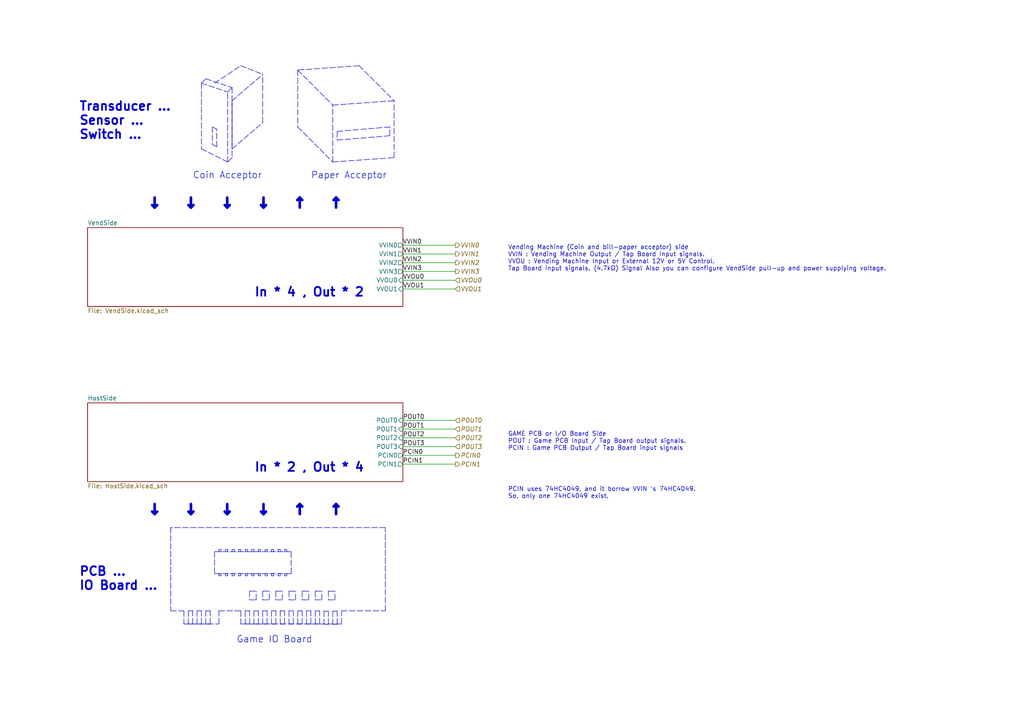
<source format=kicad_sch>
(kicad_sch (version 20210621) (generator eeschema)
  (paper "A4")
  (title_block (title "IO") (date "2021-07-20") (rev "0.1") (company "Jinwoo Park, pmnxis@gmail.com") (comment 2 "IoT automation & statics support gadget for") (comment 3 "arcade amusement machine with WLAN.") (comment 4 "CERN-OHL-S-2.0"))
  (lib_symbols)
  (wire (pts (xy 116.84 71.12) (xy 132.08 71.12)))
  (wire (pts (xy 116.84 73.66) (xy 132.08 73.66)))
  (wire (pts (xy 116.84 76.2) (xy 132.08 76.2)))
  (wire (pts (xy 116.84 78.74) (xy 132.08 78.74)))
  (wire (pts (xy 116.84 81.28) (xy 132.08 81.28)))
  (wire (pts (xy 116.84 83.82) (xy 132.08 83.82)))
  (wire (pts (xy 116.84 121.92) (xy 132.08 121.92)))
  (wire (pts (xy 116.84 124.46) (xy 132.08 124.46)))
  (wire (pts (xy 116.84 127) (xy 132.08 127)))
  (wire (pts (xy 116.84 129.54) (xy 132.08 129.54)))
  (wire (pts (xy 116.84 132.08) (xy 132.08 132.08)))
  (wire (pts (xy 116.84 134.62) (xy 132.08 134.62)))
  (polyline (pts (xy 49.53 153.035) (xy 49.53 154.305)) (stroke (width 0) (type dash)))
  (polyline (pts (xy 49.53 153.035) (xy 49.53 177.165)) (stroke (width 0) (type dash)))
  (polyline (pts (xy 49.53 177.165) (xy 53.34 177.165)) (stroke (width 0) (type dash)))
  (polyline (pts (xy 53.34 177.165) (xy 53.34 180.975)) (stroke (width 0) (type dash)))
  (polyline (pts (xy 53.34 180.975) (xy 63.5 180.975)) (stroke (width 0) (type dash)))
  (polyline (pts (xy 54.61 177.165) (xy 54.61 180.975)) (stroke (width 0) (type dash)))
  (polyline (pts (xy 54.61 177.165) (xy 55.88 177.165)) (stroke (width 0) (type dash)))
  (polyline (pts (xy 54.61 180.975) (xy 55.88 180.975)) (stroke (width 0) (type dash)))
  (polyline (pts (xy 55.88 180.975) (xy 55.88 177.165)) (stroke (width 0) (type dash)))
  (polyline (pts (xy 57.15 177.165) (xy 57.15 180.975)) (stroke (width 0) (type dash)))
  (polyline (pts (xy 57.15 177.165) (xy 58.42 177.165)) (stroke (width 0) (type dash)))
  (polyline (pts (xy 57.15 180.975) (xy 58.42 180.975)) (stroke (width 0) (type dash)))
  (polyline (pts (xy 58.42 24.13) (xy 58.42 43.18)) (stroke (width 0) (type dash)))
  (polyline (pts (xy 58.42 24.13) (xy 59.69 22.86)) (stroke (width 0) (type dash)))
  (polyline (pts (xy 58.42 24.13) (xy 66.04 26.67)) (stroke (width 0) (type dash)))
  (polyline (pts (xy 58.42 43.18) (xy 66.04 46.99)) (stroke (width 0) (type dash)))
  (polyline (pts (xy 58.42 180.975) (xy 58.42 177.165)) (stroke (width 0) (type dash)))
  (polyline (pts (xy 59.69 22.86) (xy 67.31 25.4)) (stroke (width 0) (type dash)))
  (polyline (pts (xy 59.69 177.165) (xy 59.69 180.975)) (stroke (width 0) (type dash)))
  (polyline (pts (xy 59.69 177.165) (xy 60.96 177.165)) (stroke (width 0) (type dash)))
  (polyline (pts (xy 59.69 180.975) (xy 60.96 180.975)) (stroke (width 0) (type dash)))
  (polyline (pts (xy 60.96 180.975) (xy 60.96 177.165)) (stroke (width 0) (type dash)))
  (polyline (pts (xy 61.595 36.83) (xy 61.595 41.91)) (stroke (width 0) (type dash)))
  (polyline (pts (xy 61.595 36.83) (xy 62.865 37.465)) (stroke (width 0) (type dash)))
  (polyline (pts (xy 61.595 41.91) (xy 62.865 42.545)) (stroke (width 0) (type dash)))
  (polyline (pts (xy 62.23 24.13) (xy 69.85 19.05)) (stroke (width 0) (type dash)))
  (polyline (pts (xy 62.23 160.02) (xy 62.23 166.37)) (stroke (width 0) (type dash)))
  (polyline (pts (xy 62.23 160.02) (xy 84.455 160.02)) (stroke (width 0) (type dash)))
  (polyline (pts (xy 62.23 166.37) (xy 84.455 166.37)) (stroke (width 0) (type dash)))
  (polyline (pts (xy 62.865 42.545) (xy 62.865 37.465)) (stroke (width 0) (type dash)))
  (polyline (pts (xy 63.5 159.385) (xy 63.5 160.02)) (stroke (width 0) (type dash)))
  (polyline (pts (xy 63.5 159.385) (xy 64.135 159.385)) (stroke (width 0) (type dash)))
  (polyline (pts (xy 63.5 160.02) (xy 64.135 160.02)) (stroke (width 0) (type dash)))
  (polyline (pts (xy 63.5 166.37) (xy 63.5 167.005)) (stroke (width 0) (type dash)))
  (polyline (pts (xy 63.5 166.37) (xy 64.135 166.37)) (stroke (width 0) (type dash)))
  (polyline (pts (xy 63.5 167.005) (xy 64.135 167.005)) (stroke (width 0) (type dash)))
  (polyline (pts (xy 63.5 177.165) (xy 69.85 177.165)) (stroke (width 0) (type dash)))
  (polyline (pts (xy 63.5 180.975) (xy 63.5 177.165)) (stroke (width 0) (type dash)))
  (polyline (pts (xy 64.135 160.02) (xy 64.135 159.385)) (stroke (width 0) (type dash)))
  (polyline (pts (xy 64.135 167.005) (xy 64.135 166.37)) (stroke (width 0) (type dash)))
  (polyline (pts (xy 65.405 159.385) (xy 65.405 160.02)) (stroke (width 0) (type dash)))
  (polyline (pts (xy 65.405 159.385) (xy 66.04 159.385)) (stroke (width 0) (type dash)))
  (polyline (pts (xy 65.405 160.02) (xy 66.04 160.02)) (stroke (width 0) (type dash)))
  (polyline (pts (xy 65.405 166.37) (xy 65.405 167.005)) (stroke (width 0) (type dash)))
  (polyline (pts (xy 65.405 166.37) (xy 66.04 166.37)) (stroke (width 0) (type dash)))
  (polyline (pts (xy 65.405 167.005) (xy 66.04 167.005)) (stroke (width 0) (type dash)))
  (polyline (pts (xy 66.04 46.99) (xy 66.04 26.67)) (stroke (width 0) (type dash)))
  (polyline (pts (xy 66.04 160.02) (xy 66.04 159.385)) (stroke (width 0) (type dash)))
  (polyline (pts (xy 66.04 167.005) (xy 66.04 166.37)) (stroke (width 0) (type dash)))
  (polyline (pts (xy 67.31 25.4) (xy 66.04 26.67)) (stroke (width 0) (type dash)))
  (polyline (pts (xy 67.31 25.4) (xy 67.31 45.72)) (stroke (width 0) (type dash)))
  (polyline (pts (xy 67.31 29.21) (xy 67.31 43.18)) (stroke (width 0) (type dash)))
  (polyline (pts (xy 67.31 29.21) (xy 76.2 21.59)) (stroke (width 0) (type dash)))
  (polyline (pts (xy 67.31 43.18) (xy 76.2 35.56)) (stroke (width 0) (type dash)))
  (polyline (pts (xy 67.31 45.72) (xy 66.04 46.99)) (stroke (width 0) (type dash)))
  (polyline (pts (xy 67.31 159.385) (xy 67.31 160.02)) (stroke (width 0) (type dash)))
  (polyline (pts (xy 67.31 159.385) (xy 67.945 159.385)) (stroke (width 0) (type dash)))
  (polyline (pts (xy 67.31 160.02) (xy 67.945 160.02)) (stroke (width 0) (type dash)))
  (polyline (pts (xy 67.31 166.37) (xy 67.31 167.005)) (stroke (width 0) (type dash)))
  (polyline (pts (xy 67.31 166.37) (xy 67.945 166.37)) (stroke (width 0) (type dash)))
  (polyline (pts (xy 67.31 167.005) (xy 67.945 167.005)) (stroke (width 0) (type dash)))
  (polyline (pts (xy 67.945 160.02) (xy 67.945 159.385)) (stroke (width 0) (type dash)))
  (polyline (pts (xy 67.945 167.005) (xy 67.945 166.37)) (stroke (width 0) (type dash)))
  (polyline (pts (xy 69.215 159.385) (xy 69.215 160.02)) (stroke (width 0) (type dash)))
  (polyline (pts (xy 69.215 159.385) (xy 69.85 159.385)) (stroke (width 0) (type dash)))
  (polyline (pts (xy 69.215 160.02) (xy 69.85 160.02)) (stroke (width 0) (type dash)))
  (polyline (pts (xy 69.215 166.37) (xy 69.215 167.005)) (stroke (width 0) (type dash)))
  (polyline (pts (xy 69.215 166.37) (xy 69.85 166.37)) (stroke (width 0) (type dash)))
  (polyline (pts (xy 69.215 167.005) (xy 69.85 167.005)) (stroke (width 0) (type dash)))
  (polyline (pts (xy 69.85 19.05) (xy 76.2 21.59)) (stroke (width 0) (type dash)))
  (polyline (pts (xy 69.85 160.02) (xy 69.85 159.385)) (stroke (width 0) (type dash)))
  (polyline (pts (xy 69.85 167.005) (xy 69.85 166.37)) (stroke (width 0) (type dash)))
  (polyline (pts (xy 69.85 177.165) (xy 69.85 180.975)) (stroke (width 0) (type dash)))
  (polyline (pts (xy 69.85 180.975) (xy 99.06 180.975)) (stroke (width 0) (type dash)))
  (polyline (pts (xy 71.12 159.385) (xy 71.12 160.02)) (stroke (width 0) (type dash)))
  (polyline (pts (xy 71.12 159.385) (xy 71.755 159.385)) (stroke (width 0) (type dash)))
  (polyline (pts (xy 71.12 160.02) (xy 71.755 160.02)) (stroke (width 0) (type dash)))
  (polyline (pts (xy 71.12 166.37) (xy 71.12 167.005)) (stroke (width 0) (type dash)))
  (polyline (pts (xy 71.12 166.37) (xy 71.755 166.37)) (stroke (width 0) (type dash)))
  (polyline (pts (xy 71.12 167.005) (xy 71.755 167.005)) (stroke (width 0) (type dash)))
  (polyline (pts (xy 71.12 177.165) (xy 71.12 180.975)) (stroke (width 0) (type dash)))
  (polyline (pts (xy 71.12 177.165) (xy 72.39 177.165)) (stroke (width 0) (type dash)))
  (polyline (pts (xy 71.12 180.975) (xy 72.39 180.975)) (stroke (width 0) (type dash)))
  (polyline (pts (xy 71.755 160.02) (xy 71.755 159.385)) (stroke (width 0) (type dash)))
  (polyline (pts (xy 71.755 167.005) (xy 71.755 166.37)) (stroke (width 0) (type dash)))
  (polyline (pts (xy 72.39 171.45) (xy 72.39 173.99)) (stroke (width 0) (type dash)))
  (polyline (pts (xy 72.39 171.45) (xy 74.295 171.45)) (stroke (width 0) (type dash)))
  (polyline (pts (xy 72.39 173.99) (xy 74.295 173.99)) (stroke (width 0) (type dash)))
  (polyline (pts (xy 72.39 180.975) (xy 72.39 177.165)) (stroke (width 0) (type dash)))
  (polyline (pts (xy 73.025 159.385) (xy 73.025 160.02)) (stroke (width 0) (type dash)))
  (polyline (pts (xy 73.025 159.385) (xy 73.66 159.385)) (stroke (width 0) (type dash)))
  (polyline (pts (xy 73.025 160.02) (xy 73.66 160.02)) (stroke (width 0) (type dash)))
  (polyline (pts (xy 73.025 166.37) (xy 73.025 167.005)) (stroke (width 0) (type dash)))
  (polyline (pts (xy 73.025 166.37) (xy 73.66 166.37)) (stroke (width 0) (type dash)))
  (polyline (pts (xy 73.025 167.005) (xy 73.66 167.005)) (stroke (width 0) (type dash)))
  (polyline (pts (xy 73.66 160.02) (xy 73.66 159.385)) (stroke (width 0) (type dash)))
  (polyline (pts (xy 73.66 167.005) (xy 73.66 166.37)) (stroke (width 0) (type dash)))
  (polyline (pts (xy 73.66 177.165) (xy 73.66 180.975)) (stroke (width 0) (type dash)))
  (polyline (pts (xy 73.66 177.165) (xy 74.93 177.165)) (stroke (width 0) (type dash)))
  (polyline (pts (xy 73.66 180.975) (xy 74.93 180.975)) (stroke (width 0) (type dash)))
  (polyline (pts (xy 74.295 173.99) (xy 74.295 171.45)) (stroke (width 0) (type dash)))
  (polyline (pts (xy 74.93 159.385) (xy 74.93 160.02)) (stroke (width 0) (type dash)))
  (polyline (pts (xy 74.93 159.385) (xy 75.565 159.385)) (stroke (width 0) (type dash)))
  (polyline (pts (xy 74.93 160.02) (xy 75.565 160.02)) (stroke (width 0) (type dash)))
  (polyline (pts (xy 74.93 166.37) (xy 74.93 167.005)) (stroke (width 0) (type dash)))
  (polyline (pts (xy 74.93 166.37) (xy 75.565 166.37)) (stroke (width 0) (type dash)))
  (polyline (pts (xy 74.93 167.005) (xy 75.565 167.005)) (stroke (width 0) (type dash)))
  (polyline (pts (xy 74.93 180.975) (xy 74.93 177.165)) (stroke (width 0) (type dash)))
  (polyline (pts (xy 75.565 160.02) (xy 75.565 159.385)) (stroke (width 0) (type dash)))
  (polyline (pts (xy 75.565 167.005) (xy 75.565 166.37)) (stroke (width 0) (type dash)))
  (polyline (pts (xy 76.2 35.56) (xy 76.2 21.59)) (stroke (width 0) (type dash)))
  (polyline (pts (xy 76.2 171.45) (xy 76.2 173.99)) (stroke (width 0) (type dash)))
  (polyline (pts (xy 76.2 171.45) (xy 78.105 171.45)) (stroke (width 0) (type dash)))
  (polyline (pts (xy 76.2 173.99) (xy 78.105 173.99)) (stroke (width 0) (type dash)))
  (polyline (pts (xy 76.2 177.165) (xy 76.2 180.975)) (stroke (width 0) (type dash)))
  (polyline (pts (xy 76.2 177.165) (xy 77.47 177.165)) (stroke (width 0) (type dash)))
  (polyline (pts (xy 76.2 180.975) (xy 77.47 180.975)) (stroke (width 0) (type dash)))
  (polyline (pts (xy 76.8879 159.385) (xy 76.8879 160.02)) (stroke (width 0) (type dash)))
  (polyline (pts (xy 76.8879 159.385) (xy 77.5229 159.385)) (stroke (width 0) (type dash)))
  (polyline (pts (xy 76.8879 160.02) (xy 77.5229 160.02)) (stroke (width 0) (type dash)))
  (polyline (pts (xy 76.8879 166.37) (xy 76.8879 167.005)) (stroke (width 0) (type dash)))
  (polyline (pts (xy 76.8879 166.37) (xy 77.5229 166.37)) (stroke (width 0) (type dash)))
  (polyline (pts (xy 76.8879 167.005) (xy 77.5229 167.005)) (stroke (width 0) (type dash)))
  (polyline (pts (xy 77.47 180.975) (xy 77.47 177.165)) (stroke (width 0) (type dash)))
  (polyline (pts (xy 77.5229 160.02) (xy 77.5229 159.385)) (stroke (width 0) (type dash)))
  (polyline (pts (xy 77.5229 167.005) (xy 77.5229 166.37)) (stroke (width 0) (type dash)))
  (polyline (pts (xy 78.105 173.99) (xy 78.105 171.45)) (stroke (width 0) (type dash)))
  (polyline (pts (xy 78.74 159.385) (xy 78.74 160.02)) (stroke (width 0) (type dash)))
  (polyline (pts (xy 78.74 159.385) (xy 79.375 159.385)) (stroke (width 0) (type dash)))
  (polyline (pts (xy 78.74 160.02) (xy 79.375 160.02)) (stroke (width 0) (type dash)))
  (polyline (pts (xy 78.74 166.37) (xy 78.74 167.005)) (stroke (width 0) (type dash)))
  (polyline (pts (xy 78.74 166.37) (xy 79.375 166.37)) (stroke (width 0) (type dash)))
  (polyline (pts (xy 78.74 167.005) (xy 79.375 167.005)) (stroke (width 0) (type dash)))
  (polyline (pts (xy 78.74 177.165) (xy 78.74 180.975)) (stroke (width 0) (type dash)))
  (polyline (pts (xy 78.74 177.165) (xy 80.01 177.165)) (stroke (width 0) (type dash)))
  (polyline (pts (xy 78.74 180.975) (xy 80.01 180.975)) (stroke (width 0) (type dash)))
  (polyline (pts (xy 79.375 160.02) (xy 79.375 159.385)) (stroke (width 0) (type dash)))
  (polyline (pts (xy 79.375 167.005) (xy 79.375 166.37)) (stroke (width 0) (type dash)))
  (polyline (pts (xy 80.01 171.45) (xy 80.01 173.99)) (stroke (width 0) (type dash)))
  (polyline (pts (xy 80.01 171.45) (xy 81.915 171.45)) (stroke (width 0) (type dash)))
  (polyline (pts (xy 80.01 173.99) (xy 81.915 173.99)) (stroke (width 0) (type dash)))
  (polyline (pts (xy 80.01 180.975) (xy 80.01 177.165)) (stroke (width 0) (type dash)))
  (polyline (pts (xy 80.645 159.385) (xy 80.645 160.02)) (stroke (width 0) (type dash)))
  (polyline (pts (xy 80.645 159.385) (xy 81.28 159.385)) (stroke (width 0) (type dash)))
  (polyline (pts (xy 80.645 160.02) (xy 81.28 160.02)) (stroke (width 0) (type dash)))
  (polyline (pts (xy 80.645 166.37) (xy 80.645 167.005)) (stroke (width 0) (type dash)))
  (polyline (pts (xy 80.645 166.37) (xy 81.28 166.37)) (stroke (width 0) (type dash)))
  (polyline (pts (xy 80.645 167.005) (xy 81.28 167.005)) (stroke (width 0) (type dash)))
  (polyline (pts (xy 81.28 160.02) (xy 81.28 159.385)) (stroke (width 0) (type dash)))
  (polyline (pts (xy 81.28 167.005) (xy 81.28 166.37)) (stroke (width 0) (type dash)))
  (polyline (pts (xy 81.28 177.165) (xy 81.28 180.975)) (stroke (width 0) (type dash)))
  (polyline (pts (xy 81.28 177.165) (xy 82.55 177.165)) (stroke (width 0) (type dash)))
  (polyline (pts (xy 81.28 180.975) (xy 82.55 180.975)) (stroke (width 0) (type dash)))
  (polyline (pts (xy 81.915 173.99) (xy 81.915 171.45)) (stroke (width 0) (type dash)))
  (polyline (pts (xy 82.55 159.385) (xy 82.55 160.02)) (stroke (width 0) (type dash)))
  (polyline (pts (xy 82.55 159.385) (xy 83.185 159.385)) (stroke (width 0) (type dash)))
  (polyline (pts (xy 82.55 160.02) (xy 83.185 160.02)) (stroke (width 0) (type dash)))
  (polyline (pts (xy 82.55 166.37) (xy 82.55 167.005)) (stroke (width 0) (type dash)))
  (polyline (pts (xy 82.55 166.37) (xy 83.185 166.37)) (stroke (width 0) (type dash)))
  (polyline (pts (xy 82.55 167.005) (xy 83.185 167.005)) (stroke (width 0) (type dash)))
  (polyline (pts (xy 82.55 180.975) (xy 82.55 177.165)) (stroke (width 0) (type dash)))
  (polyline (pts (xy 83.185 160.02) (xy 83.185 159.385)) (stroke (width 0) (type dash)))
  (polyline (pts (xy 83.185 167.005) (xy 83.185 166.37)) (stroke (width 0) (type dash)))
  (polyline (pts (xy 83.82 171.45) (xy 83.82 173.99)) (stroke (width 0) (type dash)))
  (polyline (pts (xy 83.82 171.45) (xy 85.725 171.45)) (stroke (width 0) (type dash)))
  (polyline (pts (xy 83.82 173.99) (xy 85.725 173.99)) (stroke (width 0) (type dash)))
  (polyline (pts (xy 83.82 177.165) (xy 83.82 180.975)) (stroke (width 0) (type dash)))
  (polyline (pts (xy 83.82 177.165) (xy 85.09 177.165)) (stroke (width 0) (type dash)))
  (polyline (pts (xy 83.82 180.975) (xy 85.09 180.975)) (stroke (width 0) (type dash)))
  (polyline (pts (xy 84.455 166.37) (xy 84.455 160.02)) (stroke (width 0) (type dash)))
  (polyline (pts (xy 85.09 180.975) (xy 85.09 177.165)) (stroke (width 0) (type dash)))
  (polyline (pts (xy 85.725 173.99) (xy 85.725 171.45)) (stroke (width 0) (type dash)))
  (polyline (pts (xy 86.36 20.32) (xy 86.36 36.83)) (stroke (width 0) (type dash)))
  (polyline (pts (xy 86.36 20.32) (xy 96.52 30.48)) (stroke (width 0) (type dash)))
  (polyline (pts (xy 86.36 36.83) (xy 96.52 46.99)) (stroke (width 0) (type dash)))
  (polyline (pts (xy 86.36 177.165) (xy 86.36 180.975)) (stroke (width 0) (type dash)))
  (polyline (pts (xy 86.36 177.165) (xy 87.63 177.165)) (stroke (width 0) (type dash)))
  (polyline (pts (xy 86.36 180.975) (xy 87.63 180.975)) (stroke (width 0) (type dash)))
  (polyline (pts (xy 87.63 171.45) (xy 87.63 173.99)) (stroke (width 0) (type dash)))
  (polyline (pts (xy 87.63 171.45) (xy 89.535 171.45)) (stroke (width 0) (type dash)))
  (polyline (pts (xy 87.63 173.99) (xy 89.535 173.99)) (stroke (width 0) (type dash)))
  (polyline (pts (xy 87.63 180.975) (xy 87.63 177.165)) (stroke (width 0) (type dash)))
  (polyline (pts (xy 88.9 177.165) (xy 88.9 180.975)) (stroke (width 0) (type dash)))
  (polyline (pts (xy 88.9 177.165) (xy 90.17 177.165)) (stroke (width 0) (type dash)))
  (polyline (pts (xy 88.9 180.975) (xy 90.17 180.975)) (stroke (width 0) (type dash)))
  (polyline (pts (xy 89.535 173.99) (xy 89.535 171.45)) (stroke (width 0) (type dash)))
  (polyline (pts (xy 90.17 180.975) (xy 90.17 177.165)) (stroke (width 0) (type dash)))
  (polyline (pts (xy 91.44 171.45) (xy 91.44 173.99)) (stroke (width 0) (type dash)))
  (polyline (pts (xy 91.44 171.45) (xy 93.345 171.45)) (stroke (width 0) (type dash)))
  (polyline (pts (xy 91.44 173.99) (xy 93.345 173.99)) (stroke (width 0) (type dash)))
  (polyline (pts (xy 91.44 177.165) (xy 91.44 180.975)) (stroke (width 0) (type dash)))
  (polyline (pts (xy 91.44 177.165) (xy 92.71 177.165)) (stroke (width 0) (type dash)))
  (polyline (pts (xy 91.44 180.975) (xy 92.71 180.975)) (stroke (width 0) (type dash)))
  (polyline (pts (xy 92.71 180.975) (xy 92.71 177.165)) (stroke (width 0) (type dash)))
  (polyline (pts (xy 93.345 173.99) (xy 93.345 171.45)) (stroke (width 0) (type dash)))
  (polyline (pts (xy 93.98 177.2543) (xy 93.98 181.0643)) (stroke (width 0) (type dash)))
  (polyline (pts (xy 93.98 177.2543) (xy 95.25 177.2543)) (stroke (width 0) (type dash)))
  (polyline (pts (xy 93.98 181.0643) (xy 95.25 181.0643)) (stroke (width 0) (type dash)))
  (polyline (pts (xy 95.25 171.45) (xy 95.25 173.99)) (stroke (width 0) (type dash)))
  (polyline (pts (xy 95.25 171.45) (xy 97.155 171.45)) (stroke (width 0) (type dash)))
  (polyline (pts (xy 95.25 173.99) (xy 97.155 173.99)) (stroke (width 0) (type dash)))
  (polyline (pts (xy 95.25 181.0643) (xy 95.25 177.2543)) (stroke (width 0) (type dash)))
  (polyline (pts (xy 96.52 30.48) (xy 114.3 29.21)) (stroke (width 0) (type dash)))
  (polyline (pts (xy 96.52 46.99) (xy 96.52 30.48)) (stroke (width 0) (type dash)))
  (polyline (pts (xy 96.52 46.99) (xy 114.3 45.72)) (stroke (width 0) (type dash)))
  (polyline (pts (xy 96.52 177.2543) (xy 96.52 181.0643)) (stroke (width 0) (type dash)))
  (polyline (pts (xy 96.52 177.2543) (xy 97.79 177.2543)) (stroke (width 0) (type dash)))
  (polyline (pts (xy 96.52 181.0643) (xy 97.79 181.0643)) (stroke (width 0) (type dash)))
  (polyline (pts (xy 97.155 173.99) (xy 97.155 171.45)) (stroke (width 0) (type dash)))
  (polyline (pts (xy 97.79 38.1) (xy 97.79 40.64)) (stroke (width 0) (type dash)))
  (polyline (pts (xy 97.79 38.1) (xy 113.03 36.83)) (stroke (width 0) (type dash)))
  (polyline (pts (xy 97.79 40.64) (xy 113.03 39.37)) (stroke (width 0) (type dash)))
  (polyline (pts (xy 97.79 181.0643) (xy 97.79 177.2543)) (stroke (width 0) (type dash)))
  (polyline (pts (xy 99.06 177.165) (xy 111.76 177.165)) (stroke (width 0) (type dash)))
  (polyline (pts (xy 99.06 180.975) (xy 99.06 177.165)) (stroke (width 0) (type dash)))
  (polyline (pts (xy 104.14 19.05) (xy 86.36 20.32)) (stroke (width 0) (type dash)))
  (polyline (pts (xy 104.14 19.05) (xy 114.3 29.21)) (stroke (width 0) (type dash)))
  (polyline (pts (xy 111.76 153.035) (xy 49.53 153.035)) (stroke (width 0) (type dash)))
  (polyline (pts (xy 111.76 177.165) (xy 111.76 153.035)) (stroke (width 0) (type dash)))
  (polyline (pts (xy 113.03 39.37) (xy 113.03 36.83)) (stroke (width 0) (type dash)))
  (polyline (pts (xy 114.3 45.72) (xy 114.3 29.21)) (stroke (width 0) (type dash)))
  (text "Transducer ...\nSensor ...\nSwitch ..." (at 22.86 40.64 0) (effects (font (size 2.54 2.54) (thickness 0.508) bold) (justify left bottom)))
  (text "PCB ...\nIO Board ..." (at 22.86 171.45 0) (effects (font (size 2.54 2.54) (thickness 0.508) bold) (justify left bottom)))
  (text "Coin Acceptor" (at 55.88 52.07 0) (effects (font (size 1.904 1.904)) (justify left bottom)))
  (text "Game IO Board" (at 68.58 186.69 0) (effects (font (size 1.904 1.904)) (justify left bottom)))
  (text "In * 4 , Out * 2" (at 73.66 86.36 0) (effects (font (size 2.54 2.54) (thickness 0.508) bold) (justify left bottom)))
  (text "In * 2 , Out * 4" (at 73.66 137.16 0) (effects (font (size 2.54 2.54) (thickness 0.508) bold) (justify left bottom)))
  (text "Paper Acceptor" (at 90.17 52.07 0) (effects (font (size 1.904 1.904)) (justify left bottom)))
  (text "↓  ↓  ↓  ↓  ↑  ↑" (at 100.33 60.96 180) (effects (font (size 3.81 3.81) (thickness 0.762) bold) (justify right bottom)))
  (text "↓  ↓  ↓  ↓  ↑  ↑" (at 100.33 149.86 180) (effects (font (size 3.81 3.81) (thickness 0.762) bold) (justify right bottom)))
  (text "Vending Machine (Coin and bill-paper acceptor) side\nVVIN : Vending Machine Output / Tap Board Input signals.\nVVOU : Vending Machine Input or External 12V or 5V Control.\nTap Board Input signals. (4.7kΩ) Signal Also you can configure VendSide pull-up and power supplying voltage." (at 147.32 78.74 0) (effects (font (size 1.27 1.27)) (justify left bottom)))
  (text "GAME PCB or I/O Board Side\nPOUT : Game PCB Input / Tap Board output signals.\nPCIN : Game PCB Output / Tap Board input signals" (at 147.32 130.81 0) (effects (font (size 1.27 1.27)) (justify left bottom)))
  (text "PCIN uses 74HC4049, and it borrow VVIN 's 74HC4049.\nSo, only one 74HC4049 exist." (at 147.32 144.78 0) (effects (font (size 1.27 1.27)) (justify left bottom)))
  (label "VVIN0" (at 116.84 71.12 0))
  (label "VVIN1" (at 116.84 73.66 0))
  (label "VVIN2" (at 116.84 76.2 0))
  (label "VVIN3" (at 116.84 78.74 0))
  (label "VVOU0" (at 116.84 81.28 0))
  (label "VVOU1" (at 116.84 83.82 0))
  (label "POUT0" (at 116.84 121.92 0))
  (label "POUT1" (at 116.84 124.46 0))
  (label "POUT2" (at 116.84 127 0))
  (label "POUT3" (at 116.84 129.54 0))
  (label "PCIN0" (at 116.84 132.08 0))
  (label "PCIN1" (at 116.84 134.62 0))
  (hierarchical_label "VVIN0" (shape output) (at 132.08 71.12 0) (effects (font italic)))
  (hierarchical_label "VVIN1" (shape output) (at 132.08 73.66 0) (effects (font italic)))
  (hierarchical_label "VVIN2" (shape output) (at 132.08 76.2 0) (effects (font italic)))
  (hierarchical_label "VVIN3" (shape output) (at 132.08 78.74 0) (effects (font italic)))
  (hierarchical_label "VVOU0" (shape input) (at 132.08 81.28 0) (effects (font italic)))
  (hierarchical_label "VVOU1" (shape input) (at 132.08 83.82 0) (effects (font italic)))
  (hierarchical_label "POUT0" (shape input) (at 132.08 121.92 0) (effects (font italic)))
  (hierarchical_label "POUT1" (shape input) (at 132.08 124.46 0) (effects (font italic)))
  (hierarchical_label "POUT2" (shape input) (at 132.08 127 0) (effects (font italic)))
  (hierarchical_label "POUT3" (shape input) (at 132.08 129.54 0) (effects (font italic)))
  (hierarchical_label "PCIN0" (shape output) (at 132.08 132.08 0) (effects (font italic)))
  (hierarchical_label "PCIN1" (shape output) (at 132.08 134.62 0) (effects (font italic)))
  (sheet (at 25.4 116.84) (size 91.44 22.86)
    (property "Sheet name" "HostSide" (at 25.4 116.2045 0) (effects (justify left bottom)))
    (property "Sheet file" "HostSide.kicad_sch" (at 25.4 140.2085 0) (effects (justify left top)))
    (pin "POUT0" input (at 116.84 121.92 0))
    (pin "POUT1" input (at 116.84 124.46 0))
    (pin "POUT2" input (at 116.84 127 0))
    (pin "POUT3" input (at 116.84 129.54 0))
    (pin "PCIN0" output (at 116.84 132.08 0))
    (pin "PCIN1" output (at 116.84 134.62 0))
  )
  (sheet (at 25.4 66.04) (size 91.44 22.86)
    (property "Sheet name" "VendSide" (at 25.4 65.4045 0) (effects (justify left bottom)))
    (property "Sheet file" "VendSide.kicad_sch" (at 25.4 89.4085 0) (effects (justify left top)))
    (pin "VVOU1" input (at 116.84 83.82 0))
    (pin "VVOU0" input (at 116.84 81.28 0))
    (pin "VVIN3" output (at 116.84 78.74 0))
    (pin "VVIN2" output (at 116.84 76.2 0))
    (pin "VVIN1" output (at 116.84 73.66 0))
    (pin "VVIN0" output (at 116.84 71.12 0))
  )
)
</source>
